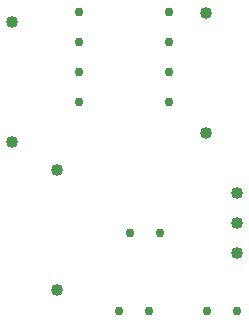
<source format=gbr>
G04 PROTEUS GERBER X2 FILE*
%TF.GenerationSoftware,Labcenter,Proteus,8.10-SP3-Build29560*%
%TF.CreationDate,2021-11-08T14:01:37+00:00*%
%TF.FileFunction,Plated,1,2,PTH*%
%TF.FilePolarity,Positive*%
%TF.Part,Single*%
%TF.SameCoordinates,{7c1fb083-864a-452a-ad60-76d9de97a9ee}*%
%FSLAX45Y45*%
%MOMM*%
G01*
%TA.AperFunction,ComponentDrill*%
%ADD28C,0.762000*%
%TA.AperFunction,ComponentDrill*%
%ADD29C,1.016000*%
%TD.AperFunction*%
D28*
X-1579000Y+4020000D03*
X-1579000Y+4274000D03*
X-1579000Y+4528000D03*
X-1579000Y+4782000D03*
X-2341000Y+4782000D03*
X-2341000Y+4528000D03*
X-2341000Y+4274000D03*
X-2341000Y+4020000D03*
X-1750000Y+2250000D03*
X-2004000Y+2250000D03*
X-1655000Y+2905000D03*
X-1909000Y+2905000D03*
D29*
X-2524000Y+3441000D03*
X-2524000Y+2425000D03*
X-2909000Y+3675000D03*
X-2909000Y+4691000D03*
X-1262000Y+3754000D03*
X-1262000Y+4770000D03*
X-1000000Y+2742000D03*
X-1000000Y+2996000D03*
X-1000000Y+3250000D03*
D28*
X-1000000Y+2250000D03*
X-1254000Y+2250000D03*
M02*

</source>
